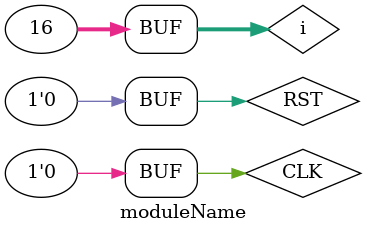
<source format=v>
module moduleName ();

reg CLK;
wire [31:0] OUT;
reg RST;
integer i;
SingleCpu SingleCpu1 (.CLK(CLK), .RST(RST), .OUT(OUT));

initial begin
    RST = 1;
    CLK = 1;
    #5
    CLK = 0;
    #5;
    CLK = 1;
    #5
    RST = 0;
    CLK = 0;
    for(i=0; i<16; i=i+1) begin
        CLK = 1;
        #5
        CLK = 0;
        #5;
    end


end


// always begin
//     #6 CLK=0;
//     #4 CLK=1;
// end

    
endmodule
</source>
